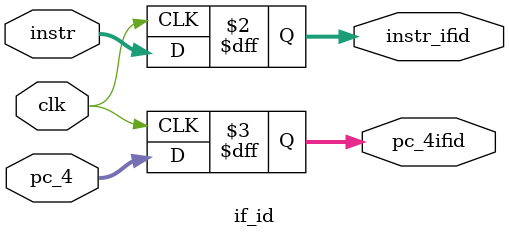
<source format=v>
`timescale 1ns / 1ps
module if_id(
    input [31:0] instr,
    input [31:0] pc_4,
	 input clk,
    output reg [31:0] instr_ifid,
    output reg [31:0] pc_4ifid
    );
	always @(posedge clk) begin		// just a register
		pc_4ifid <= pc_4;
		instr_ifid <= instr;
	end

endmodule

</source>
